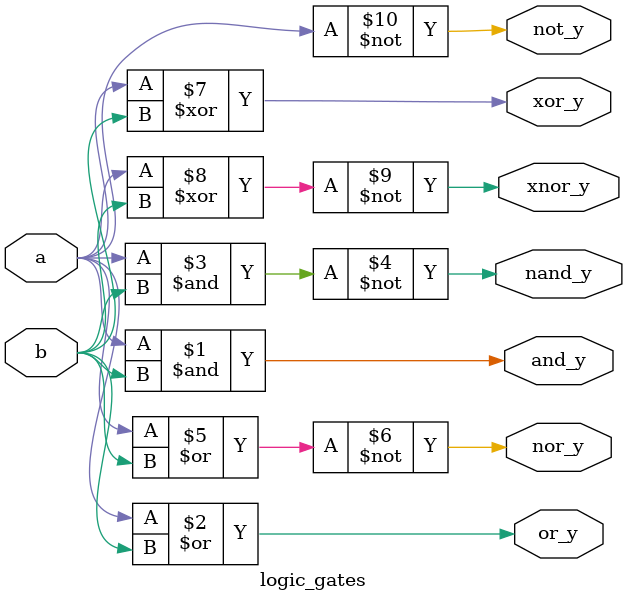
<source format=v>
`timescale 1ns/1ps

module logic_gates (
    input a,b,
    output and_y, or_y, not_y, nand_y, nor_y, xor_y, xnor_y //cant use reg over here like i did in behavioural. reg just throwd me an error.
    );

    and andgate(and_y, a, b);
    or orgate(or_y, a, b);
    not notgate(not_y, a);
    nand nandgate(nand_y, a, b);
    nor norgate(nor_y, a, b);
    xor xorgate(xor_y, a, b);
    xnor xnorgate(xnor_y, a, b);
endmodule

// this kinda got on my nerve cz... i didnt know i couldnt use "reg" for the output....i guess i should have used "wire" or just leave it as it is


</source>
